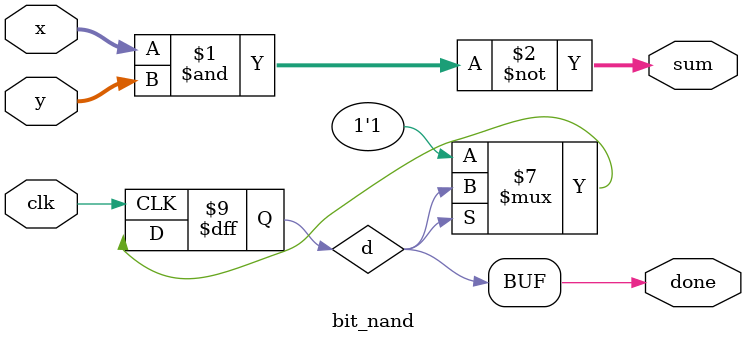
<source format=v>





module bit_nand(
 input [7:0]x,
 input [7:0]y,
 input clk,
 output done,
 output [7:0]sum
);
 
reg d=1'b0;
 assign done=d;
 assign sum = x~&y;
 always @(posedge clk) begin
  if(~done) begin
   d=1'b1;
  end
 end
  
endmodule


</source>
